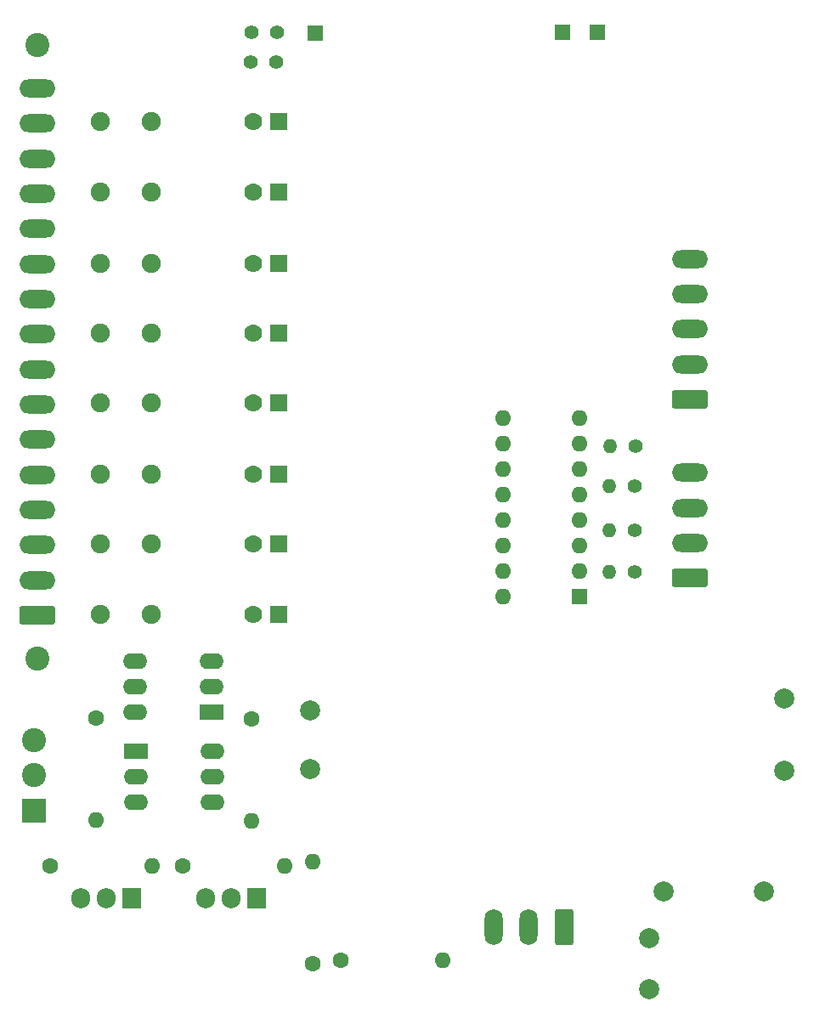
<source format=gbr>
%TF.GenerationSoftware,KiCad,Pcbnew,7.99.0-unknown-e60837ec95~170~ubuntu22.04.1*%
%TF.CreationDate,2023-03-16T09:30:40+01:00*%
%TF.ProjectId,int_out,696e745f-6f75-4742-9e6b-696361645f70,rev?*%
%TF.SameCoordinates,Original*%
%TF.FileFunction,Soldermask,Bot*%
%TF.FilePolarity,Negative*%
%FSLAX46Y46*%
G04 Gerber Fmt 4.6, Leading zero omitted, Abs format (unit mm)*
G04 Created by KiCad (PCBNEW 7.99.0-unknown-e60837ec95~170~ubuntu22.04.1) date 2023-03-16 09:30:40*
%MOMM*%
%LPD*%
G01*
G04 APERTURE LIST*
G04 Aperture macros list*
%AMRoundRect*
0 Rectangle with rounded corners*
0 $1 Rounding radius*
0 $2 $3 $4 $5 $6 $7 $8 $9 X,Y pos of 4 corners*
0 Add a 4 corners polygon primitive as box body*
4,1,4,$2,$3,$4,$5,$6,$7,$8,$9,$2,$3,0*
0 Add four circle primitives for the rounded corners*
1,1,$1+$1,$2,$3*
1,1,$1+$1,$4,$5*
1,1,$1+$1,$6,$7*
1,1,$1+$1,$8,$9*
0 Add four rect primitives between the rounded corners*
20,1,$1+$1,$2,$3,$4,$5,0*
20,1,$1+$1,$4,$5,$6,$7,0*
20,1,$1+$1,$6,$7,$8,$9,0*
20,1,$1+$1,$8,$9,$2,$3,0*%
G04 Aperture macros list end*
%ADD10C,1.600000*%
%ADD11O,1.600000X1.600000*%
%ADD12C,2.000000*%
%ADD13C,1.400000*%
%ADD14O,1.400000X1.400000*%
%ADD15RoundRect,0.250000X1.550000X-0.650000X1.550000X0.650000X-1.550000X0.650000X-1.550000X-0.650000X0*%
%ADD16O,3.600000X1.800000*%
%ADD17R,1.500000X1.500000*%
%ADD18R,1.778000X1.778000*%
%ADD19C,1.778000*%
%ADD20C,1.900000*%
%ADD21R,2.400000X2.400000*%
%ADD22C,2.400000*%
%ADD23R,2.400000X1.600000*%
%ADD24O,2.400000X1.600000*%
%ADD25R,1.905000X2.000000*%
%ADD26O,1.905000X2.000000*%
%ADD27R,1.600000X1.600000*%
%ADD28RoundRect,0.250000X0.650000X1.550000X-0.650000X1.550000X-0.650000X-1.550000X0.650000X-1.550000X0*%
%ADD29O,1.800000X3.600000*%
G04 APERTURE END LIST*
D10*
%TO.C,R1*%
X93470000Y-125450000D03*
D11*
X103630000Y-125450000D03*
%TD*%
D12*
%TO.C,C8*%
X151400000Y-128000000D03*
X141400000Y-128000000D03*
%TD*%
D10*
%TO.C,R2*%
X80220000Y-125450000D03*
D11*
X90380000Y-125450000D03*
%TD*%
D12*
%TO.C,F1*%
X139954000Y-132715000D03*
X139954000Y-137795000D03*
%TD*%
D10*
%TO.C,R3*%
X84800000Y-110720000D03*
D11*
X84800000Y-120880000D03*
%TD*%
D10*
%TO.C,R10*%
X109220000Y-134874000D03*
D11*
X119380000Y-134874000D03*
%TD*%
D12*
%TO.C,H1*%
X153425000Y-108800000D03*
%TD*%
D13*
%TO.C,R27*%
X138507000Y-92075000D03*
D14*
X135967000Y-92075000D03*
%TD*%
D15*
%TO.C,J4*%
X144000000Y-96800000D03*
D16*
X144000000Y-93300000D03*
X144000000Y-89800000D03*
X144000000Y-86300000D03*
%TD*%
D17*
%TO.C,TP2*%
X131300000Y-42450000D03*
%TD*%
D13*
%TO.C,R28*%
X138507000Y-87630000D03*
D14*
X135967000Y-87630000D03*
%TD*%
D10*
%TO.C,R5*%
X100350000Y-110840000D03*
D11*
X100350000Y-121000000D03*
%TD*%
D18*
%TO.C,K1*%
X103010000Y-51322500D03*
D19*
X100470000Y-51322500D03*
D20*
X90310000Y-51322500D03*
X85230000Y-51322500D03*
%TD*%
D21*
%TO.C,J1*%
X78650000Y-119950000D03*
D22*
X78650000Y-116450000D03*
X78650000Y-112950000D03*
%TD*%
%TO.C,J2*%
X78992500Y-104800000D03*
X78992500Y-43700000D03*
D15*
X78992500Y-100500000D03*
D16*
X78992500Y-97000000D03*
X78992500Y-93500000D03*
X78992500Y-90000000D03*
X78992500Y-86500000D03*
X78992500Y-83000000D03*
X78992500Y-79500000D03*
X78992500Y-76000000D03*
X78992500Y-72500000D03*
X78992500Y-69000000D03*
X78992500Y-65500000D03*
X78992500Y-62000000D03*
X78992500Y-58500000D03*
X78992500Y-55000000D03*
X78992500Y-51500000D03*
X78992500Y-48000000D03*
%TD*%
D12*
%TO.C,H4*%
X106200000Y-115800000D03*
%TD*%
D23*
%TO.C,U3*%
X96375000Y-110175000D03*
D24*
X96375000Y-107635000D03*
X96375000Y-105095000D03*
X88755000Y-105095000D03*
X88755000Y-107635000D03*
X88755000Y-110175000D03*
%TD*%
D23*
%TO.C,U2*%
X88775000Y-114075000D03*
D24*
X88775000Y-116615000D03*
X88775000Y-119155000D03*
X96395000Y-119155000D03*
X96395000Y-116615000D03*
X96395000Y-114075000D03*
%TD*%
D12*
%TO.C,H2*%
X153400000Y-116025000D03*
%TD*%
D18*
%TO.C,K3*%
X103010000Y-65422500D03*
D19*
X100470000Y-65422500D03*
D20*
X90310000Y-65422500D03*
X85230000Y-65422500D03*
%TD*%
D25*
%TO.C,Q2*%
X100840000Y-128655000D03*
D26*
X98300000Y-128655000D03*
X95760000Y-128655000D03*
%TD*%
D13*
%TO.C,JP1*%
X102900000Y-42400000D03*
X100360000Y-42400000D03*
%TD*%
D18*
%TO.C,K2*%
X103010000Y-58322500D03*
D19*
X100470000Y-58322500D03*
D20*
X90310000Y-58322500D03*
X85230000Y-58322500D03*
%TD*%
D13*
%TO.C,R26*%
X138507000Y-96200000D03*
D14*
X135967000Y-96200000D03*
%TD*%
D10*
%TO.C,R9*%
X106426000Y-135255000D03*
D11*
X106426000Y-125095000D03*
%TD*%
D27*
%TO.C,U8*%
X133000000Y-98675000D03*
D11*
X133000000Y-96135000D03*
X133000000Y-93595000D03*
X133000000Y-91055000D03*
X133000000Y-88515000D03*
X133000000Y-85975000D03*
X133000000Y-83435000D03*
X133000000Y-80895000D03*
X125380000Y-80895000D03*
X125380000Y-83435000D03*
X125380000Y-85975000D03*
X125380000Y-88515000D03*
X125380000Y-91055000D03*
X125380000Y-93595000D03*
X125380000Y-96135000D03*
X125380000Y-98675000D03*
%TD*%
D28*
%TO.C,J5*%
X131445000Y-131572000D03*
D29*
X127945000Y-131572000D03*
X124445000Y-131572000D03*
%TD*%
D17*
%TO.C,TP1*%
X134800000Y-42400000D03*
%TD*%
D18*
%TO.C,K8*%
X103010000Y-100422500D03*
D19*
X100470000Y-100422500D03*
D20*
X90310000Y-100422500D03*
X85230000Y-100422500D03*
%TD*%
D13*
%TO.C,JP2*%
X102750000Y-45400000D03*
X100210000Y-45400000D03*
%TD*%
D18*
%TO.C,K4*%
X103010000Y-72422500D03*
D19*
X100470000Y-72422500D03*
D20*
X90310000Y-72422500D03*
X85230000Y-72422500D03*
%TD*%
D15*
%TO.C,J3*%
X144000000Y-79000000D03*
D16*
X144000000Y-75500000D03*
X144000000Y-72000000D03*
X144000000Y-68500000D03*
X144000000Y-65000000D03*
%TD*%
D13*
%TO.C,R29*%
X138634000Y-83693000D03*
D14*
X136094000Y-83693000D03*
%TD*%
D18*
%TO.C,K5*%
X103010000Y-79322500D03*
D19*
X100470000Y-79322500D03*
D20*
X90310000Y-79322500D03*
X85230000Y-79322500D03*
%TD*%
D25*
%TO.C,Q1*%
X88350000Y-128700000D03*
D26*
X85810000Y-128700000D03*
X83270000Y-128700000D03*
%TD*%
D12*
%TO.C,H3*%
X106175000Y-109975000D03*
%TD*%
D18*
%TO.C,K7*%
X103010000Y-93422500D03*
D19*
X100470000Y-93422500D03*
D20*
X90310000Y-93422500D03*
X85230000Y-93422500D03*
%TD*%
D17*
%TO.C,TP3*%
X106650000Y-42500000D03*
%TD*%
D18*
%TO.C,K6*%
X103010000Y-86422500D03*
D19*
X100470000Y-86422500D03*
D20*
X90310000Y-86422500D03*
X85230000Y-86422500D03*
%TD*%
M02*

</source>
